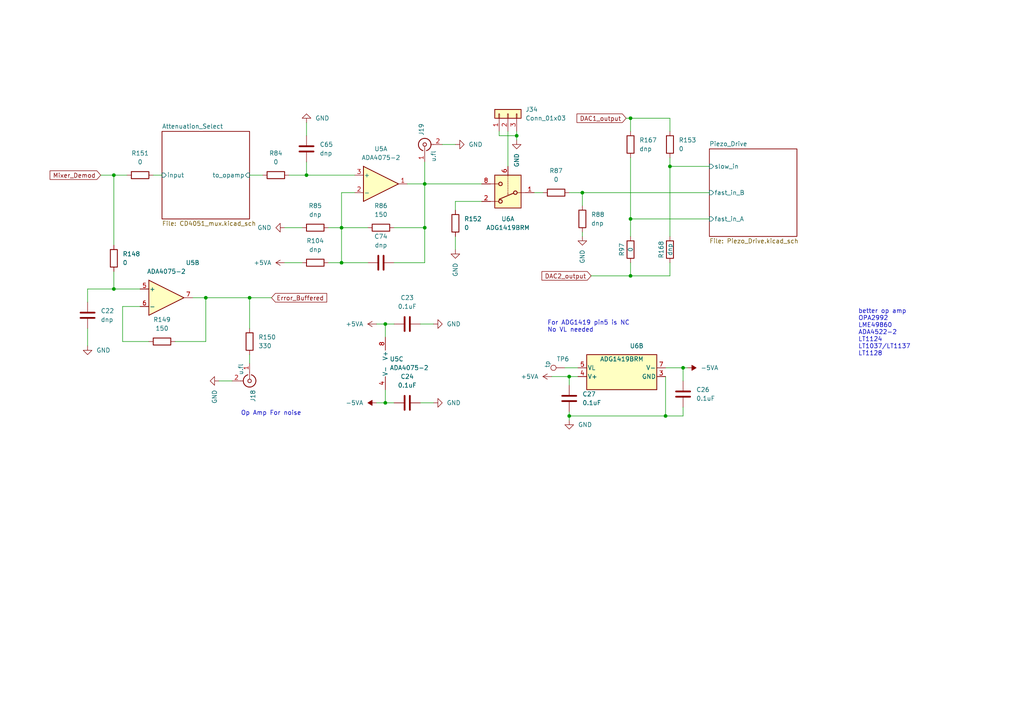
<source format=kicad_sch>
(kicad_sch (version 20211123) (generator eeschema)
  (paper "A4")
  (lib_symbols
    (symbol "Amplifier_Operational:ADA4075-2" (pin_names (offset 0.127))
      (property "Reference" "U" (at 0 5.08 0))
      (property "Value" "ADA4075-2" (at 0 -5.08 0))
      (symbol "ADA4075-2_1_1"
        (polyline (pts (xy -5.08 5.08) (xy 5.08 0) (xy -5.08 -5.08) (xy -5.08 5.08)) (stroke (width 0.254)) (fill (type background)))
        (pin output line (at 7.62 0 180) (length 2.54) (name "~") (number "1"))
        (pin input line (at -7.62 -2.54 0) (length 2.54) (name "-") (number "2"))
        (pin input line (at -7.62 2.54 0) (length 2.54) (name "+") (number "3"))
      )
      (symbol "ADA4075-2_2_1"
        (polyline (pts (xy -5.08 5.08) (xy 5.08 0) (xy -5.08 -5.08) (xy -5.08 5.08)) (stroke (width 0.254)) (fill (type background)))
        (pin input line (at -7.62 2.54 0) (length 2.54) (name "+") (number "5"))
        (pin input line (at -7.62 -2.54 0) (length 2.54) (name "-") (number "6"))
        (pin output line (at 7.62 0 180) (length 2.54) (name "~") (number "7"))
      )
      (symbol "ADA4075-2_3_1"
        (pin power_in line (at -2.54 -7.62 90) (length 3.81) (name "V-") (number "4"))
        (pin power_in line (at -2.54 7.62 270) (length 3.81) (name "V+") (number "8"))
      )
    )
    (symbol "Analog_Switch:ADG419BRM" (pin_names (offset 0.254))
      (property "Reference" "U" (at -3.175 4.699 0))
      (property "Value" "ADG419BRM" (at -3.175 2.921 0))
      (symbol "ADG419BRM_1_1"
        (rectangle (start -3.81 1.905) (end 3.81 -7.62) (stroke (width 0.254)) (fill (type background)))
        (circle (center -2.159 -2.54) (radius 0.508) (stroke (width 0.254)))
        (polyline (pts (xy -5.08 -2.54) (xy -2.794 -2.54)))
        (polyline (pts (xy -1.651 -2.413) (xy 2.54 -0.635)) (stroke (width 0.254)))
        (polyline (pts (xy 0 -7.62) (xy 0 -7.112)))
        (polyline (pts (xy 0 -6.858) (xy 0 -6.604)))
        (polyline (pts (xy 0 -6.35) (xy 0 -6.096)))
        (polyline (pts (xy 0 -5.842) (xy 0 -5.588)))
        (polyline (pts (xy 0 -5.334) (xy 0 -5.08)))
        (polyline (pts (xy 0 -4.826) (xy 0 -4.572)))
        (polyline (pts (xy 0 -4.318) (xy 0 -4.064)))
        (polyline (pts (xy 0 -3.81) (xy 0 -3.556)))
        (polyline (pts (xy 0 -3.302) (xy 0 -3.048)))
        (polyline (pts (xy 0 -2.794) (xy 0 -2.54)))
        (polyline (pts (xy 0 -2.286) (xy 0 -2.032)))
        (polyline (pts (xy 0 -2.286) (xy 0 -2.032)))
        (polyline (pts (xy 5.08 -5.08) (xy 2.794 -5.08)))
        (polyline (pts (xy 5.08 0) (xy 2.794 0)))
        (circle (center 2.159 -5.08) (radius 0.508) (stroke (width 0.254)))
        (circle (center 2.159 0) (radius 0.508) (stroke (width 0.254)))
        (pin passive line (at -7.62 -2.54 0) (length 2.54) (name "~") (number "1"))
        (pin passive line (at 7.62 0 180) (length 2.54) (name "~") (number "2"))
        (pin input line (at 0 -10.16 90) (length 2.54) (name "~") (number "6"))
        (pin passive line (at 7.62 -5.08 180) (length 2.54) (name "~") (number "8"))
      )
      (symbol "ADG419BRM_2_0"
        (pin power_in line (at 0 -12.7 90) (length 2.54) (name "GND") (number "3"))
        (pin power_in line (at 0 12.7 270) (length 2.54) (name "V+") (number "4"))
        (pin power_in line (at 2.54 12.7 270) (length 2.54) (name "VL") (number "5"))
        (pin power_in line (at 2.54 -12.7 90) (length 2.54) (name "V-") (number "7"))
      )
      (symbol "ADG419BRM_2_1"
        (rectangle (start -3.81 10.16) (end 6.35 -10.16) (stroke (width 0.254)) (fill (type background)))
      )
    )
    (symbol "Connector:Conn_Coaxial" (pin_names (offset 1.016) hide)
      (property "Reference" "J" (at 0.254 3.048 0))
      (property "Value" "Conn_Coaxial" (at 2.921 0 90))
      (symbol "Conn_Coaxial_0_1"
        (arc (start -1.778 -0.508) (mid 0.2311 -1.8066) (end 1.778 0) (stroke (width 0.254)))
        (polyline (pts (xy -2.54 0) (xy -0.508 0)))
        (polyline (pts (xy 0 -2.54) (xy 0 -1.778)))
        (circle (center 0 0) (radius 0.508) (stroke (width 0.2032)))
        (arc (start 1.778 0) (mid 0.2099 1.8101) (end -1.778 0.508) (stroke (width 0.254)))
      )
      (symbol "Conn_Coaxial_1_1"
        (pin passive line (at -5.08 0 0) (length 2.54) (name "In") (number "1"))
        (pin passive line (at 0 -5.08 90) (length 2.54) (name "Ext") (number "2"))
      )
    )
    (symbol "Connector:TestPoint" (pin_numbers hide) (pin_names (offset 0.762) hide)
      (property "Reference" "TP" (at 0 6.858 0))
      (property "Value" "TestPoint" (at 0 5.08 0))
      (symbol "TestPoint_0_1"
        (circle (center 0 3.302) (radius 0.762))
      )
      (symbol "TestPoint_1_1"
        (pin passive line (at 0 0 90) (length 2.54) (name "1") (number "1"))
      )
    )
    (symbol "Connector_Generic:Conn_01x03" (pin_names (offset 1.016) hide)
      (property "Reference" "J" (at 0 5.08 0))
      (property "Value" "Conn_01x03" (at 0 -5.08 0))
      (symbol "Conn_01x03_1_1"
        (rectangle (start -1.27 -2.413) (end 0 -2.667) (stroke (width 0.1524)))
        (rectangle (start -1.27 0.127) (end 0 -0.127) (stroke (width 0.1524)))
        (rectangle (start -1.27 2.667) (end 0 2.413) (stroke (width 0.1524)))
        (rectangle (start -1.27 3.81) (end 1.27 -3.81) (stroke (width 0.254)) (fill (type background)))
        (pin passive line (at -5.08 2.54 0) (length 3.81) (name "Pin_1") (number "1"))
        (pin passive line (at -5.08 0 0) (length 3.81) (name "Pin_2") (number "2"))
        (pin passive line (at -5.08 -2.54 0) (length 3.81) (name "Pin_3") (number "3"))
      )
    )
    (symbol "Device:C" (pin_numbers hide) (pin_names (offset 0.254))
      (property "Reference" "C" (at 0.635 2.54 0))
      (property "Value" "C" (at 0.635 -2.54 0))
      (symbol "C_0_1"
        (polyline (pts (xy -2.032 -0.762) (xy 2.032 -0.762)) (stroke (width 0.508)))
        (polyline (pts (xy -2.032 0.762) (xy 2.032 0.762)) (stroke (width 0.508)))
      )
      (symbol "C_1_1"
        (pin passive line (at 0 3.81 270) (length 2.794) (name "~") (number "1"))
        (pin passive line (at 0 -3.81 90) (length 2.794) (name "~") (number "2"))
      )
    )
    (symbol "Device:R" (pin_numbers hide) (pin_names (offset 0))
      (property "Reference" "R" (at 2.032 0 90))
      (property "Value" "R" (at 0 0 90))
      (symbol "R_0_1"
        (rectangle (start -1.016 -2.54) (end 1.016 2.54) (stroke (width 0.254)))
      )
      (symbol "R_1_1"
        (pin passive line (at 0 3.81 270) (length 1.27) (name "~") (number "1"))
        (pin passive line (at 0 -3.81 90) (length 1.27) (name "~") (number "2"))
      )
    )
    (symbol "power:+5VA" (power) (pin_names (offset 0))
      (property "Value" "+5VA" (at 0 3.556 0))
      (symbol "+5VA_0_1"
        (polyline (pts (xy -0.762 1.27) (xy 0 2.54)))
        (polyline (pts (xy 0 0) (xy 0 2.54)))
        (polyline (pts (xy 0 2.54) (xy 0.762 1.27)))
      )
      (symbol "+5VA_1_1"
        (pin power_in line (at 0 0 90) (length 0) hide (name "+5VA") (number "1"))
      )
    )
    (symbol "power:-5VA" (power) (pin_names (offset 0))
      (property "Value" "-5VA" (at 0 3.81 0))
      (symbol "-5VA_0_0"
        (pin power_in line (at 0 0 90) (length 0) hide (name "-5VA") (number "1"))
      )
      (symbol "-5VA_0_1"
        (polyline (pts (xy 0 0) (xy 0 1.27) (xy 0.762 1.27) (xy 0 2.54) (xy -0.762 1.27) (xy 0 1.27)) (fill (type outline)))
      )
    )
    (symbol "power:GND" (power) (pin_names (offset 0))
      (property "Value" "GND" (at 0 -3.81 0))
      (symbol "GND_0_1"
        (polyline (pts (xy 0 0) (xy 0 -1.27) (xy 1.27 -1.27) (xy 0 -2.54) (xy -1.27 -1.27) (xy 0 -1.27)))
      )
      (symbol "GND_1_1"
        (pin power_in line (at 0 0 270) (length 0) hide (name "GND") (number "1"))
      )
    )
  )
  (junction (at 99.06 76.2))
  (junction (at 193.04 120.65))
  (junction (at 149.86 39.37))
  (junction (at 198.12 106.68))
  (junction (at 182.88 34.29))
  (junction (at 59.69 86.36))
  (junction (at 165.1 109.22))
  (junction (at 111.76 93.98))
  (junction (at 123.19 66.04))
  (junction (at 33.02 50.8))
  (junction (at 72.39 86.36))
  (junction (at 33.02 83.82))
  (junction (at 99.06 66.04))
  (junction (at 182.88 63.5))
  (junction (at 123.19 53.34))
  (junction (at 168.91 55.88))
  (junction (at 165.1 120.65))
  (junction (at 111.76 116.84))
  (junction (at 194.31 48.26))
  (junction (at 182.88 80.01))
  (junction (at 88.9 50.8))
  (wire (pts (xy 194.31 48.26) (xy 194.31 68.58)))
  (wire (pts (xy 125.73 93.98) (xy 121.92 93.98)))
  (wire (pts (xy 198.12 120.65) (xy 198.12 118.11)))
  (wire (pts (xy 72.39 50.8) (xy 76.2 50.8)))
  (wire (pts (xy 99.06 55.88) (xy 99.06 66.04)))
  (wire (pts (xy 132.08 58.42) (xy 139.7 58.42)))
  (wire (pts (xy 194.31 34.29) (xy 194.31 38.1)))
  (wire (pts (xy 193.04 120.65) (xy 198.12 120.65)))
  (wire (pts (xy 95.25 66.04) (xy 99.06 66.04)))
  (wire (pts (xy 35.56 99.06) (xy 35.56 88.9)))
  (wire (pts (xy 35.56 99.06) (xy 43.18 99.06)))
  (wire (pts (xy 123.19 53.34) (xy 118.11 53.34)))
  (wire (pts (xy 182.88 34.29) (xy 194.31 34.29)))
  (wire (pts (xy 123.19 53.34) (xy 139.7 53.34)))
  (wire (pts (xy 132.08 68.58) (xy 132.08 72.39)))
  (wire (pts (xy 193.04 106.68) (xy 198.12 106.68)))
  (wire (pts (xy 25.4 83.82) (xy 33.02 83.82)))
  (wire (pts (xy 144.78 39.37) (xy 149.86 39.37)))
  (wire (pts (xy 168.91 68.58) (xy 168.91 67.31)))
  (wire (pts (xy 111.76 93.98) (xy 111.76 97.79)))
  (wire (pts (xy 165.1 55.88) (xy 168.91 55.88)))
  (wire (pts (xy 88.9 46.99) (xy 88.9 50.8)))
  (wire (pts (xy 72.39 86.36) (xy 59.69 86.36)))
  (wire (pts (xy 163.83 106.68) (xy 167.64 106.68)))
  (wire (pts (xy 144.78 38.1) (xy 144.78 39.37)))
  (wire (pts (xy 78.74 86.36) (xy 72.39 86.36)))
  (wire (pts (xy 114.3 116.84) (xy 111.76 116.84)))
  (wire (pts (xy 109.22 116.84) (xy 111.76 116.84)))
  (wire (pts (xy 114.3 93.98) (xy 111.76 93.98)))
  (wire (pts (xy 59.69 99.06) (xy 59.69 86.36)))
  (wire (pts (xy 114.3 66.04) (xy 123.19 66.04)))
  (wire (pts (xy 132.08 41.91) (xy 128.27 41.91)))
  (wire (pts (xy 123.19 53.34) (xy 123.19 66.04)))
  (wire (pts (xy 194.31 80.01) (xy 182.88 80.01)))
  (wire (pts (xy 149.86 39.37) (xy 149.86 38.1)))
  (wire (pts (xy 171.45 80.01) (xy 182.88 80.01)))
  (wire (pts (xy 72.39 105.41) (xy 72.39 102.87)))
  (wire (pts (xy 72.39 95.25) (xy 72.39 86.36)))
  (wire (pts (xy 160.02 109.22) (xy 165.1 109.22)))
  (wire (pts (xy 123.19 46.99) (xy 123.19 53.34)))
  (wire (pts (xy 29.21 50.8) (xy 33.02 50.8)))
  (wire (pts (xy 168.91 55.88) (xy 205.74 55.88)))
  (wire (pts (xy 82.55 76.2) (xy 87.63 76.2)))
  (wire (pts (xy 194.31 45.72) (xy 194.31 48.26)))
  (wire (pts (xy 165.1 111.76) (xy 165.1 109.22)))
  (wire (pts (xy 154.94 55.88) (xy 157.48 55.88)))
  (wire (pts (xy 194.31 48.26) (xy 205.74 48.26)))
  (wire (pts (xy 167.64 109.22) (xy 165.1 109.22)))
  (wire (pts (xy 44.45 50.8) (xy 46.99 50.8)))
  (wire (pts (xy 111.76 116.84) (xy 111.76 113.03)))
  (wire (pts (xy 35.56 88.9) (xy 40.64 88.9)))
  (wire (pts (xy 194.31 76.2) (xy 194.31 80.01)))
  (wire (pts (xy 125.73 116.84) (xy 121.92 116.84)))
  (wire (pts (xy 114.3 76.2) (xy 123.19 76.2)))
  (wire (pts (xy 181.61 34.29) (xy 182.88 34.29)))
  (wire (pts (xy 182.88 63.5) (xy 182.88 68.58)))
  (wire (pts (xy 123.19 76.2) (xy 123.19 66.04)))
  (wire (pts (xy 50.8 99.06) (xy 59.69 99.06)))
  (wire (pts (xy 33.02 50.8) (xy 33.02 71.12)))
  (wire (pts (xy 99.06 66.04) (xy 106.68 66.04)))
  (wire (pts (xy 63.5 110.49) (xy 67.31 110.49)))
  (wire (pts (xy 182.88 80.01) (xy 182.88 76.2)))
  (wire (pts (xy 182.88 45.72) (xy 182.88 63.5)))
  (wire (pts (xy 25.4 83.82) (xy 25.4 87.63)))
  (wire (pts (xy 99.06 76.2) (xy 99.06 66.04)))
  (wire (pts (xy 106.68 76.2) (xy 99.06 76.2)))
  (wire (pts (xy 25.4 100.33) (xy 25.4 95.25)))
  (wire (pts (xy 147.32 38.1) (xy 147.32 48.26)))
  (wire (pts (xy 88.9 35.56) (xy 88.9 39.37)))
  (wire (pts (xy 33.02 83.82) (xy 40.64 83.82)))
  (wire (pts (xy 33.02 50.8) (xy 36.83 50.8)))
  (wire (pts (xy 182.88 63.5) (xy 205.74 63.5)))
  (wire (pts (xy 165.1 119.38) (xy 165.1 120.65)))
  (wire (pts (xy 165.1 120.65) (xy 165.1 121.92)))
  (wire (pts (xy 95.25 76.2) (xy 99.06 76.2)))
  (wire (pts (xy 55.88 86.36) (xy 59.69 86.36)))
  (wire (pts (xy 83.82 50.8) (xy 88.9 50.8)))
  (wire (pts (xy 198.12 106.68) (xy 199.39 106.68)))
  (wire (pts (xy 88.9 50.8) (xy 102.87 50.8)))
  (wire (pts (xy 33.02 78.74) (xy 33.02 83.82)))
  (wire (pts (xy 109.22 93.98) (xy 111.76 93.98)))
  (wire (pts (xy 165.1 120.65) (xy 193.04 120.65)))
  (wire (pts (xy 198.12 110.49) (xy 198.12 106.68)))
  (wire (pts (xy 168.91 59.69) (xy 168.91 55.88)))
  (wire (pts (xy 82.55 66.04) (xy 87.63 66.04)))
  (wire (pts (xy 132.08 58.42) (xy 132.08 60.96)))
  (wire (pts (xy 149.86 40.64) (xy 149.86 39.37)))
  (wire (pts (xy 102.87 55.88) (xy 99.06 55.88)))
  (wire (pts (xy 182.88 38.1) (xy 182.88 34.29)))
  (wire (pts (xy 193.04 109.22) (xy 193.04 120.65)))
  (text "better op amp\nOPA2992\nLME49860 \nADA4522-2\nLT1124\nLT1037/LT1137\nLT1128\n\n" (at 248.92 105.41 0) (effects (font (size 1.27 1.27)) (justify left bottom)))
  (text "For ADG1419 pin5 is NC\nNo VL needed" (at 158.75 96.52 0) (effects (font (size 1.27 1.27)) (justify left bottom)))
  (text "Op Amp For noise " (at 69.85 120.65 0) (effects (font (size 1.27 1.27)) (justify left bottom)))
  (global_label "Error_Buffered" (shape input) (at 78.74 86.36 0) (property "Intersheet References" "${INTERSHEET_REFS}" (effects hide)))
  (global_label "DAC1_output" (shape input) (at 181.61 34.29 180) (property "Intersheet References" "${INTERSHEET_REFS}" (effects hide)))
  (global_label "Mixer_Demod" (shape input) (at 29.21 50.8 180) (property "Intersheet References" "${INTERSHEET_REFS}" (effects hide)))
  (global_label "DAC2_output" (shape input) (at 171.45 80.01 180) (property "Intersheet References" "${INTERSHEET_REFS}" (effects hide)))
  (symbol (lib_id "Device:R") (at 194.31 41.91 180) (unit 1)
    (property "Reference" "R153" (at 196.85 40.6399 0) (effects (justify right)))
    (property "Value" "0" (at 196.85 43.1799 0) (effects (justify right)))
    (property "Footprint" "Resistor_SMD:R_0805_2012Metric" (effects hide))
  )
  (symbol (lib_id "Device:R") (at 72.39 99.06 180) (unit 1)
    (property "Reference" "R150" (at 74.93 97.7899 0) (effects (justify right)))
    (property "Value" "330" (at 74.93 100.3299 0) (effects (justify right)))
    (property "Footprint" "Resistor_SMD:R_0805_2012Metric" (effects hide))
  )
  (symbol (lib_id "Amplifier_Operational:ADA4075-2") (at 114.3 105.41 0) (unit 3)
    (property "Reference" "U5" (at 113.03 104.1399 0) (effects (justify left)))
    (property "Value" "ADA4075-2" (at 113.03 106.6799 0) (effects (justify left)))
    (property "Footprint" "Package_SO:SOIC-8_3.9x4.9mm_P1.27mm" (effects hide))
    (property "Datasheet" "https://www.analog.com/static/imported-files/data_sheets/ADA4075-2.pdf" (effects hide))
  )
  (symbol (lib_id "Connector:Conn_Coaxial") (at 72.39 110.49 270) (unit 1)
    (property "Reference" "J18" (at 73.3669 113.03 0) (effects (justify left)))
    (property "Value" "u.fl" (at 69.85 105.41 0) (effects (justify left)))
    (property "Footprint" "Connector_Coaxial:U.FL_Hirose_U.FL-R-SMT-1_Vertical" (effects hide))
    (property "Datasheet" " ~" (effects hide))
  )
  (symbol (lib_id "Device:R") (at 91.44 76.2 90) (unit 1)
    (property "Reference" "R104" (at 91.44 69.85 90))
    (property "Value" "dnp" (at 91.44 72.39 90))
    (property "Footprint" "Resistor_SMD:R_0805_2012Metric" (effects hide))
  )
  (symbol (lib_id "power:GND") (at 132.08 72.39 0) (unit 1)
    (property "Reference" "#PWR0199" (effects hide))
    (property "Value" "GND" (at 132.0799 76.2 90) (effects (justify right)))
  )
  (symbol (lib_id "Device:C") (at 118.11 93.98 90) (unit 1)
    (property "Reference" "C23" (at 118.11 86.36 90))
    (property "Value" "0.1uF" (at 118.11 88.9 90))
    (property "Footprint" "Capacitor_SMD:C_0603_1608Metric_Pad1.08x0.95mm_HandSolder" (effects hide))
  )
  (symbol (lib_id "power:GND") (at 125.73 93.98 90) (unit 1)
    (property "Reference" "#PWR0179" (effects hide))
    (property "Value" "GND" (at 129.54 93.9799 90) (effects (justify right)))
  )
  (symbol (lib_id "Connector_Generic:Conn_01x03") (at 147.32 33.02 90) (unit 1)
    (property "Reference" "J34" (at 152.4 31.7499 90) (effects (justify right)))
    (property "Value" "Conn_01x03" (at 152.4 34.2899 90) (effects (justify right)))
    (property "Footprint" "Connector_PinHeader_2.54mm:PinHeader_1x03_P2.54mm_Vertical" (effects hide))
  )
  (symbol (lib_id "Device:R") (at 161.29 55.88 270) (unit 1)
    (property "Reference" "R87" (at 161.29 49.53 90))
    (property "Value" "0" (at 161.29 52.07 90))
    (property "Footprint" "Resistor_SMD:R_0805_2012Metric" (effects hide))
  )
  (symbol (lib_id "Device:C") (at 88.9 43.18 0) (unit 1)
    (property "Reference" "C65" (at 92.71 41.9099 0) (effects (justify left)))
    (property "Value" "dnp" (at 92.71 44.4499 0) (effects (justify left)))
    (property "Footprint" "Capacitor_SMD:C_0805_2012Metric" (effects hide))
  )
  (symbol (lib_id "Device:R") (at 91.44 66.04 90) (unit 1)
    (property "Reference" "R85" (at 91.44 59.69 90))
    (property "Value" "dnp" (at 91.44 62.23 90))
    (property "Footprint" "Resistor_SMD:R_0805_2012Metric" (effects hide))
  )
  (symbol (lib_id "Device:R") (at 46.99 99.06 90) (unit 1)
    (property "Reference" "R149" (at 46.99 92.71 90))
    (property "Value" "150" (at 46.99 95.25 90))
    (property "Footprint" "Resistor_SMD:R_0805_2012Metric" (effects hide))
  )
  (symbol (lib_id "power:GND") (at 132.08 41.91 90) (unit 1)
    (property "Reference" "#PWR0183" (effects hide))
    (property "Value" "GND" (at 135.89 41.9099 90) (effects (justify right)))
  )
  (symbol (lib_id "power:-5VA") (at 199.39 106.68 270) (unit 1)
    (property "Reference" "#PWR0210" (effects hide))
    (property "Value" "-5VA" (at 203.2 106.6801 90) (effects (justify left)))
  )
  (symbol (lib_id "Device:R") (at 110.49 66.04 90) (unit 1)
    (property "Reference" "R86" (at 110.49 59.69 90))
    (property "Value" "150" (at 110.49 62.23 90))
    (property "Footprint" "Resistor_SMD:R_0805_2012Metric" (effects hide))
  )
  (symbol (lib_id "Connector:Conn_Coaxial") (at 123.19 41.91 90) (unit 1)
    (property "Reference" "J19" (at 122.2131 39.37 0) (effects (justify left)))
    (property "Value" "u.fl" (at 125.73 46.99 0) (effects (justify left)))
    (property "Footprint" "Connector_Coaxial:U.FL_Hirose_U.FL-R-SMT-1_Vertical" (effects hide))
    (property "Datasheet" " ~" (effects hide))
  )
  (symbol (lib_id "Device:R") (at 194.31 72.39 0) (unit 1)
    (property "Reference" "R168" (at 191.77 72.39 90))
    (property "Value" "dnp" (at 194.31 72.39 90))
    (property "Footprint" "Resistor_SMD:R_0805_2012Metric" (effects hide))
  )
  (symbol (lib_id "power:GND") (at 25.4 100.33 0) (unit 1)
    (property "Reference" "#PWR0181" (effects hide))
    (property "Value" "GND" (at 27.94 101.5999 0) (effects (justify left)))
  )
  (symbol (lib_id "Device:R") (at 182.88 41.91 180) (unit 1)
    (property "Reference" "R167" (at 185.42 40.6399 0) (effects (justify right)))
    (property "Value" "dnp" (at 185.42 43.1799 0) (effects (justify right)))
    (property "Footprint" "Resistor_SMD:R_0805_2012Metric" (effects hide))
  )
  (symbol (lib_id "power:GND") (at 125.73 116.84 90) (unit 1)
    (property "Reference" "#PWR0180" (effects hide))
    (property "Value" "GND" (at 129.54 116.8399 90) (effects (justify right)))
  )
  (symbol (lib_id "Device:C") (at 25.4 91.44 0) (mirror y) (unit 1)
    (property "Reference" "C22" (at 29.21 90.1699 0) (effects (justify right)))
    (property "Value" "dnp" (at 29.21 92.7099 0) (effects (justify right)))
    (property "Footprint" "Capacitor_SMD:C_0805_2012Metric" (effects hide))
  )
  (symbol (lib_id "Analog_Switch:ADG419BRM") (at 180.34 109.22 90) (unit 2)
    (property "Reference" "U6" (at 186.69 100.33 90) (effects (justify left)))
    (property "Value" "ADG1419BRM" (at 186.69 104.14 90) (effects (justify left)))
    (property "Footprint" "Package_SO:MSOP-8_3x3mm_P0.65mm" (effects hide))
    (property "Datasheet" "https://www.analog.com/media/en/technical-documentation/data-sheets/ADG419.pdf" (effects hide))
  )
  (symbol (lib_id "power:+5VA") (at 82.55 76.2 90) (unit 1)
    (property "Reference" "#PWR0211" (effects hide))
    (property "Value" "+5VA" (at 78.74 76.1999 90) (effects (justify left)))
  )
  (symbol (lib_id "Device:C") (at 165.1 115.57 180) (unit 1)
    (property "Reference" "C27" (at 168.91 114.2999 0) (effects (justify right)))
    (property "Value" "0.1uF" (at 168.91 116.8399 0) (effects (justify right)))
    (property "Footprint" "Capacitor_SMD:C_0603_1608Metric_Pad1.08x0.95mm_HandSolder" (effects hide))
  )
  (symbol (lib_id "Device:C") (at 110.49 76.2 90) (unit 1)
    (property "Reference" "C74" (at 110.49 68.58 90))
    (property "Value" "dnp" (at 110.49 71.12 90))
    (property "Footprint" "Capacitor_SMD:C_0805_2012Metric" (effects hide))
  )
  (symbol (lib_id "Device:R") (at 40.64 50.8 90) (unit 1)
    (property "Reference" "R151" (at 40.64 44.45 90))
    (property "Value" "0" (at 40.64 46.99 90))
    (property "Footprint" "Resistor_SMD:R_0805_2012Metric" (effects hide))
  )
  (symbol (lib_id "power:GND") (at 63.5 110.49 270) (unit 1)
    (property "Reference" "#PWR0182" (effects hide))
    (property "Value" "GND" (at 62.2301 113.03 0) (effects (justify left)))
  )
  (symbol (lib_id "power:GND") (at 168.91 68.58 0) (unit 1)
    (property "Reference" "#PWR0200" (effects hide))
    (property "Value" "GND" (at 168.9099 72.39 90) (effects (justify right)))
  )
  (symbol (lib_id "power:+5VA") (at 109.22 93.98 90) (unit 1)
    (property "Reference" "#PWR0184" (effects hide))
    (property "Value" "+5VA" (at 105.41 93.9799 90) (effects (justify left)))
  )
  (symbol (lib_id "power:GND") (at 88.9 35.56 180) (unit 1)
    (property "Reference" "#PWR0198" (effects hide))
    (property "Value" "GND" (at 91.44 34.2899 0) (effects (justify right)))
  )
  (symbol (lib_id "power:GND") (at 165.1 121.92 0) (unit 1)
    (property "Reference" "#PWR0209" (effects hide))
    (property "Value" "GND" (at 167.64 123.1899 0) (effects (justify left)))
  )
  (symbol (lib_id "Analog_Switch:ADG419BRM") (at 147.32 58.42 180) (unit 1)
    (property "Reference" "U6" (at 147.32 63.5 0))
    (property "Value" "ADG1419BRM" (at 147.32 66.04 0))
    (property "Footprint" "Package_SO:MSOP-8_3x3mm_P0.65mm" (effects hide))
    (property "Datasheet" "https://www.analog.com/media/en/technical-documentation/data-sheets/ADG419.pdf" (effects hide))
  )
  (symbol (lib_id "Amplifier_Operational:ADA4075-2") (at 48.26 86.36 0) (unit 2)
    (property "Reference" "U5" (at 55.88 76.2 0))
    (property "Value" "ADA4075-2" (at 48.26 78.74 0))
    (property "Footprint" "Package_SO:SOIC-8_3.9x4.9mm_P1.27mm" (effects hide))
    (property "Datasheet" "https://www.analog.com/static/imported-files/data_sheets/ADA4075-2.pdf" (effects hide))
  )
  (symbol (lib_id "power:+5VA") (at 160.02 109.22 90) (unit 1)
    (property "Reference" "#PWR0208" (effects hide))
    (property "Value" "+5VA" (at 156.21 109.2199 90) (effects (justify left)))
  )
  (symbol (lib_id "Device:C") (at 198.12 114.3 180) (unit 1)
    (property "Reference" "C26" (at 201.93 113.0299 0) (effects (justify right)))
    (property "Value" "0.1uF" (at 201.93 115.5699 0) (effects (justify right)))
    (property "Footprint" "Capacitor_SMD:C_0603_1608Metric_Pad1.08x0.95mm_HandSolder" (effects hide))
  )
  (symbol (lib_id "Device:R") (at 168.91 63.5 0) (unit 1)
    (property "Reference" "R88" (at 171.45 62.2299 0) (effects (justify left)))
    (property "Value" "dnp" (at 171.45 64.7699 0) (effects (justify left)))
    (property "Footprint" "Resistor_SMD:R_0805_2012Metric" (effects hide))
  )
  (symbol (lib_id "Device:R") (at 182.88 72.39 0) (unit 1)
    (property "Reference" "R97" (at 180.34 72.39 90))
    (property "Value" "0" (at 182.88 72.39 90))
    (property "Footprint" "Resistor_SMD:R_0805_2012Metric" (effects hide))
  )
  (symbol (lib_id "Amplifier_Operational:ADA4075-2") (at 110.49 53.34 0) (unit 1)
    (property "Reference" "U5" (at 110.49 43.18 0))
    (property "Value" "ADA4075-2" (at 110.49 45.72 0))
    (property "Footprint" "Package_SO:SOIC-8_3.9x4.9mm_P1.27mm" (effects hide))
    (property "Datasheet" "https://www.analog.com/static/imported-files/data_sheets/ADA4075-2.pdf" (effects hide))
  )
  (symbol (lib_id "Device:C") (at 118.11 116.84 90) (unit 1)
    (property "Reference" "C24" (at 118.11 109.22 90))
    (property "Value" "0.1uF" (at 118.11 111.76 90))
    (property "Footprint" "Capacitor_SMD:C_0603_1608Metric_Pad1.08x0.95mm_HandSolder" (effects hide))
  )
  (symbol (lib_id "power:-5VA") (at 109.22 116.84 90) (unit 1)
    (property "Reference" "#PWR0207" (effects hide))
    (property "Value" "-5VA" (at 105.41 116.8399 90) (effects (justify left)))
  )
  (symbol (lib_id "power:GND") (at 149.86 40.64 0) (unit 1)
    (property "Reference" "#PWR0244" (effects hide))
    (property "Value" "GND" (at 149.8599 44.45 90) (effects (justify right)))
  )
  (symbol (lib_id "Connector:TestPoint") (at 163.83 106.68 90) (unit 1)
    (property "Reference" "TP6" (at 165.1 104.14 90) (effects (justify left)))
    (property "Value" "tp" (at 158.75 106.68 0) (effects (justify left)))
    (property "Footprint" "TestPoint:TestPoint_Pad_D1.0mm" (effects hide))
  )
  (symbol (lib_id "power:GND") (at 82.55 66.04 270) (unit 1)
    (property "Reference" "#PWR0197" (effects hide))
    (property "Value" "GND" (at 78.74 66.0399 90) (effects (justify right)))
  )
  (symbol (lib_id "Device:R") (at 132.08 64.77 0) (unit 1)
    (property "Reference" "R152" (at 134.62 63.4999 0) (effects (justify left)))
    (property "Value" "0" (at 134.62 66.0399 0) (effects (justify left)))
    (property "Footprint" "Resistor_SMD:R_0805_2012Metric" (effects hide))
  )
  (symbol (lib_id "Device:R") (at 33.02 74.93 180) (unit 1)
    (property "Reference" "R148" (at 35.56 73.6599 0) (effects (justify right)))
    (property "Value" "0" (at 35.56 76.1999 0) (effects (justify right)))
    (property "Footprint" "Resistor_SMD:R_0805_2012Metric" (effects hide))
  )
  (symbol (lib_id "Device:R") (at 80.01 50.8 90) (unit 1)
    (property "Reference" "R84" (at 80.01 44.45 90))
    (property "Value" "0" (at 80.01 46.99 90))
    (property "Footprint" "Resistor_SMD:R_0805_2012Metric" (effects hide))
  )
  (sheet (at 205.74 43.18) (size 25.4 25.4) (stroke (width 0.1524))
    (property "Sheet name" "Piezo_Drive" (at 205.74 42.4684 0) (effects (justify left bottom)))
    (property "Sheet file" "Piezo_Drive.kicad_sch" (at 205.74 69.1646 0) (effects (justify left top)))
    (pin "fast_in_A" input (at 205.74 63.5 180))
    (pin "fast_in_B" input (at 205.74 55.88 180))
    (pin "slow_in" input (at 205.74 48.26 180))
  )
  (sheet (at 46.99 38.1) (size 25.4 25.4) (stroke (width 0.1524))
    (property "Sheet name" "Attenuation_Select" (at 46.99 37.3884 0) (effects (justify left bottom)))
    (property "Sheet file" "CD4051_mux.kicad_sch" (at 46.99 64.0846 0) (effects (justify left top)))
    (pin "input" input (at 46.99 50.8 180))
    (pin "to_opamp" input (at 72.39 50.8 0))
  )
)
</source>
